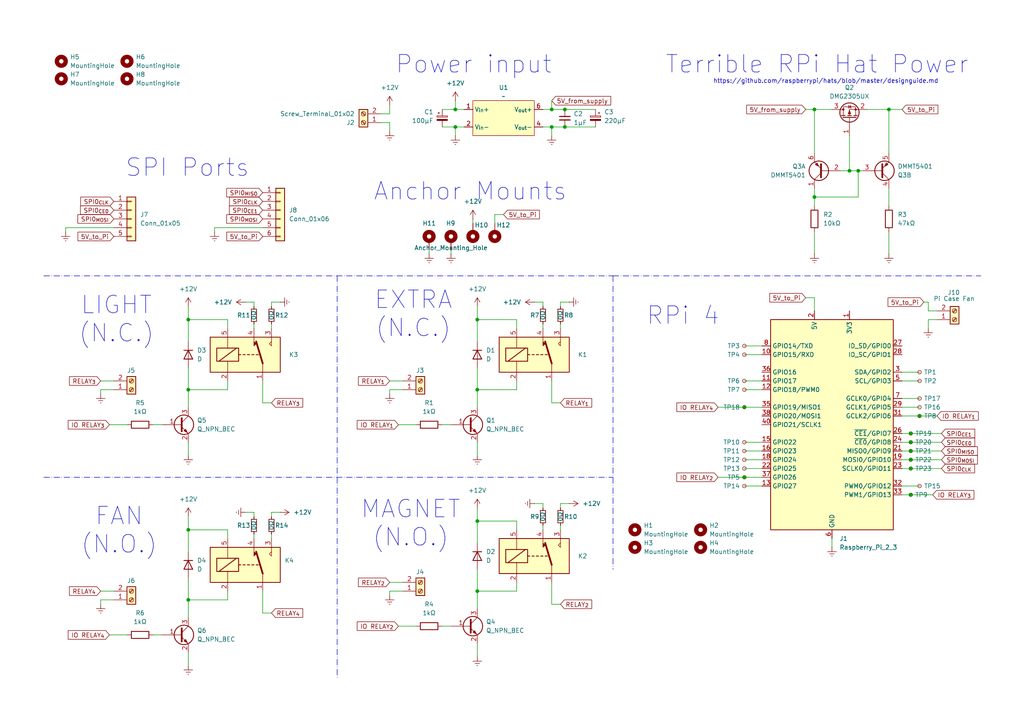
<source format=kicad_sch>
(kicad_sch (version 20231120) (generator "eeschema") (generator_version "8.0")
  (paper "A4")
  (title_block (title "Huffboard - Huffbox Pi Controller") (date "2024-03-10") (rev "1") (comment 1 "Space Buck <heyspacebuck@gmail.com>") (comment 2 "Designed for ease of assembly by JLCPCB ") (comment 3 "This is the first revision!"))
  (junction (at 215.9 118.11))
  (junction (at 264.16 128.27))
  (junction (at 236.22 31.75))
  (junction (at 54.61 173.99))
  (junction (at 138.43 113.03))
  (junction (at 248.92 49.53))
  (junction (at 264.16 143.51))
  (junction (at 138.43 171.45))
  (junction (at 264.16 133.35))
  (junction (at 215.9 138.43))
  (junction (at 132.08 36.83))
  (junction (at 264.16 125.73))
  (junction (at 54.61 113.03))
  (junction (at 264.16 130.81))
  (junction (at 264.16 135.89))
  (junction (at 160.02 31.75))
  (junction (at 138.43 92.71))
  (junction (at 266.7 120.65))
  (junction (at 132.08 31.75))
  (junction (at 236.22 57.15))
  (junction (at 163.83 31.75))
  (junction (at 160.02 36.83))
  (junction (at 257.81 31.75))
  (junction (at 163.83 36.83))
  (junction (at 246.38 49.53))
  (junction (at 138.43 151.13))
  (junction (at 54.61 153.67))
  (junction (at 54.61 92.71))
  (wire (pts (xy 220.98 133.35) (xy 215.9 133.35)))
  (wire (pts (xy 233.68 31.75) (xy 236.22 31.75)))
  (wire (pts (xy 19.05 67.31) (xy 19.05 66.04)))
  (wire (pts (xy 149.86 171.45) (xy 149.86 168.91)))
  (wire (pts (xy 264.16 128.27) (xy 273.05 128.27)))
  (wire (pts (xy 220.98 113.03) (xy 215.9 113.03)))
  (wire (pts (xy 54.61 88.9) (xy 54.61 92.71)))
  (wire (pts (xy 54.61 128.27) (xy 54.61 132.08)))
  (wire (pts (xy 160.02 31.75) (xy 157.48 31.75)))
  (wire (pts (xy 78.74 149.86) (xy 78.74 148.59)))
  (wire (pts (xy 138.43 92.71) (xy 138.43 99.06)))
  (wire (pts (xy 257.81 67.31) (xy 257.81 73.66)))
  (wire (pts (xy 54.61 173.99) (xy 66.04 173.99)))
  (wire (pts (xy 73.66 88.9) (xy 73.66 87.63)))
  (wire (pts (xy 160.02 116.84) (xy 160.02 110.49)))
  (wire (pts (xy 162.56 146.05) (xy 165.1 146.05)))
  (wire (pts (xy 261.62 118.11) (xy 266.7 118.11)))
  (wire (pts (xy 138.43 106.68) (xy 138.43 113.03)))
  (wire (pts (xy 269.24 92.71) (xy 271.78 92.71)))
  (wire (pts (xy 137.16 63.5) (xy 137.16 64.77)))
  (wire (pts (xy 149.86 153.67) (xy 149.86 151.13)))
  (wire (pts (xy 115.57 123.19) (xy 120.65 123.19)))
  (wire (pts (xy 157.48 153.67) (xy 157.48 152.4)))
  (wire (pts (xy 78.74 156.21) (xy 78.74 154.94)))
  (wire (pts (xy 236.22 31.75) (xy 241.3 31.75)))
  (wire (pts (xy 29.21 113.03) (xy 33.02 113.03)))
  (wire (pts (xy 124.46 72.39) (xy 124.46 73.66)))
  (wire (pts (xy 113.03 114.3) (xy 113.03 113.03)))
  (wire (pts (xy 128.27 181.61) (xy 130.81 181.61)))
  (wire (pts (xy 220.98 100.33) (xy 215.9 100.33)))
  (wire (pts (xy 220.98 110.49) (xy 215.9 110.49)))
  (wire (pts (xy 261.62 125.73) (xy 264.16 125.73)))
  (wire (pts (xy 54.61 167.64) (xy 54.61 173.99)))
  (wire (pts (xy 138.43 88.9) (xy 138.43 92.71)))
  (wire (pts (xy 73.66 87.63) (xy 71.12 87.63)))
  (wire (pts (xy 54.61 92.71) (xy 54.61 99.06)))
  (wire (pts (xy 261.62 115.57) (xy 266.7 115.57)))
  (wire (pts (xy 113.03 35.56) (xy 110.49 35.56)))
  (wire (pts (xy 78.74 116.84) (xy 76.2 116.84)))
  (wire (pts (xy 128.27 36.83) (xy 132.08 36.83)))
  (wire (pts (xy 149.86 151.13) (xy 138.43 151.13)))
  (wire (pts (xy 162.56 116.84) (xy 160.02 116.84)))
  (wire (pts (xy 149.86 92.71) (xy 138.43 92.71)))
  (wire (pts (xy 220.98 102.87) (xy 215.9 102.87)))
  (wire (pts (xy 241.3 156.21) (xy 241.3 158.75)))
  (wire (pts (xy 157.48 87.63) (xy 154.94 87.63)))
  (wire (pts (xy 138.43 165.1) (xy 138.43 171.45)))
  (wire (pts (xy 73.66 95.25) (xy 73.66 93.98)))
  (wire (pts (xy 220.98 128.27) (xy 215.9 128.27)))
  (wire (pts (xy 233.68 86.36) (xy 236.22 86.36)))
  (wire (pts (xy 220.98 130.81) (xy 215.9 130.81)))
  (wire (pts (xy 261.62 135.89) (xy 264.16 135.89)))
  (wire (pts (xy 264.16 130.81) (xy 273.05 130.81)))
  (wire (pts (xy 44.45 123.19) (xy 46.99 123.19)))
  (wire (pts (xy 246.38 49.53) (xy 248.92 49.53)))
  (wire (pts (xy 267.97 87.63) (xy 269.24 87.63)))
  (wire (pts (xy 248.92 49.53) (xy 250.19 49.53)))
  (wire (pts (xy 132.08 36.83) (xy 134.62 36.83)))
  (polyline (pts (xy 97.79 80.01) (xy 97.79 196.85)) (stroke (width 0) (type dash_dot)))
  (wire (pts (xy 157.48 95.25) (xy 157.48 93.98)))
  (wire (pts (xy 160.02 36.83) (xy 160.02 39.37)))
  (wire (pts (xy 128.27 31.75) (xy 132.08 31.75)))
  (wire (pts (xy 54.61 149.86) (xy 54.61 153.67)))
  (wire (pts (xy 257.81 54.61) (xy 257.81 59.69)))
  (wire (pts (xy 29.21 173.99) (xy 33.02 173.99)))
  (wire (pts (xy 162.56 147.32) (xy 162.56 146.05)))
  (wire (pts (xy 162.56 95.25) (xy 162.56 93.98)))
  (wire (pts (xy 132.08 31.75) (xy 134.62 31.75)))
  (wire (pts (xy 143.51 62.23) (xy 143.51 64.77)))
  (wire (pts (xy 113.03 172.72) (xy 113.03 171.45)))
  (wire (pts (xy 66.04 92.71) (xy 54.61 92.71)))
  (wire (pts (xy 163.83 36.83) (xy 172.72 36.83)))
  (wire (pts (xy 78.74 87.63) (xy 81.28 87.63)))
  (wire (pts (xy 261.62 133.35) (xy 264.16 133.35)))
  (wire (pts (xy 248.92 57.15) (xy 236.22 57.15)))
  (wire (pts (xy 257.81 31.75) (xy 261.62 31.75)))
  (wire (pts (xy 208.28 118.11) (xy 215.9 118.11)))
  (wire (pts (xy 236.22 57.15) (xy 236.22 54.61)))
  (wire (pts (xy 163.83 31.75) (xy 172.72 31.75)))
  (wire (pts (xy 78.74 148.59) (xy 81.28 148.59)))
  (wire (pts (xy 266.7 120.65) (xy 261.62 120.65)))
  (wire (pts (xy 220.98 140.97) (xy 215.9 140.97)))
  (wire (pts (xy 264.16 125.73) (xy 273.05 125.73)))
  (wire (pts (xy 261.62 110.49) (xy 266.7 110.49)))
  (wire (pts (xy 29.21 110.49) (xy 33.02 110.49)))
  (polyline (pts (xy 177.8 80.01) (xy 177.8 165.1)) (stroke (width 0) (type dash_dot)))
  (wire (pts (xy 54.61 189.23) (xy 54.61 193.04)))
  (wire (pts (xy 162.56 88.9) (xy 162.56 87.63)))
  (wire (pts (xy 160.02 175.26) (xy 160.02 168.91)))
  (wire (pts (xy 138.43 147.32) (xy 138.43 151.13)))
  (polyline (pts (xy 12.7 80.01) (xy 177.8 80.01)) (stroke (width 0) (type dash_dot)))
  (wire (pts (xy 269.24 92.71) (xy 269.24 95.25)))
  (wire (pts (xy 29.21 114.3) (xy 29.21 113.03)))
  (wire (pts (xy 132.08 36.83) (xy 132.08 39.37)))
  (wire (pts (xy 248.92 49.53) (xy 248.92 57.15)))
  (wire (pts (xy 115.57 181.61) (xy 120.65 181.61)))
  (wire (pts (xy 215.9 118.11) (xy 220.98 118.11)))
  (wire (pts (xy 160.02 36.83) (xy 157.48 36.83)))
  (wire (pts (xy 149.86 113.03) (xy 149.86 110.49)))
  (wire (pts (xy 160.02 31.75) (xy 163.83 31.75)))
  (wire (pts (xy 113.03 171.45) (xy 116.84 171.45)))
  (wire (pts (xy 162.56 175.26) (xy 160.02 175.26)))
  (wire (pts (xy 31.75 123.19) (xy 36.83 123.19)))
  (wire (pts (xy 264.16 135.89) (xy 273.05 135.89)))
  (wire (pts (xy 236.22 86.36) (xy 236.22 90.17)))
  (wire (pts (xy 130.81 72.39) (xy 130.81 73.66)))
  (wire (pts (xy 113.03 33.02) (xy 110.49 33.02)))
  (wire (pts (xy 157.48 146.05) (xy 154.94 146.05)))
  (wire (pts (xy 246.38 39.37) (xy 246.38 49.53)))
  (wire (pts (xy 138.43 113.03) (xy 149.86 113.03)))
  (wire (pts (xy 146.05 62.23) (xy 143.51 62.23)))
  (wire (pts (xy 31.75 184.15) (xy 36.83 184.15)))
  (wire (pts (xy 44.45 184.15) (xy 46.99 184.15)))
  (wire (pts (xy 29.21 171.45) (xy 33.02 171.45)))
  (wire (pts (xy 264.16 133.35) (xy 273.05 133.35)))
  (wire (pts (xy 208.28 138.43) (xy 215.9 138.43)))
  (wire (pts (xy 113.03 30.48) (xy 113.03 33.02)))
  (wire (pts (xy 128.27 123.19) (xy 130.81 123.19)))
  (wire (pts (xy 257.81 31.75) (xy 257.81 44.45)))
  (wire (pts (xy 138.43 186.69) (xy 138.43 190.5)))
  (wire (pts (xy 160.02 36.83) (xy 163.83 36.83)))
  (wire (pts (xy 113.03 168.91) (xy 116.84 168.91)))
  (wire (pts (xy 66.04 156.21) (xy 66.04 153.67)))
  (wire (pts (xy 269.24 87.63) (xy 269.24 90.17)))
  (wire (pts (xy 246.38 49.53) (xy 243.84 49.53)))
  (wire (pts (xy 162.56 153.67) (xy 162.56 152.4)))
  (wire (pts (xy 73.66 149.86) (xy 73.66 148.59)))
  (wire (pts (xy 78.74 177.8) (xy 76.2 177.8)))
  (wire (pts (xy 138.43 128.27) (xy 138.43 132.08)))
  (wire (pts (xy 113.03 113.03) (xy 116.84 113.03)))
  (wire (pts (xy 138.43 113.03) (xy 138.43 118.11)))
  (wire (pts (xy 78.74 95.25) (xy 78.74 93.98)))
  (wire (pts (xy 78.74 88.9) (xy 78.74 87.63)))
  (wire (pts (xy 157.48 147.32) (xy 157.48 146.05)))
  (wire (pts (xy 162.56 87.63) (xy 165.1 87.63)))
  (polyline (pts (xy 12.7 138.43) (xy 177.8 138.43)) (stroke (width 0) (type dash_dot)))
  (wire (pts (xy 62.23 67.31) (xy 62.23 66.04)))
  (wire (pts (xy 113.03 35.56) (xy 113.03 38.1)))
  (wire (pts (xy 54.61 153.67) (xy 54.61 160.02)))
  (wire (pts (xy 66.04 113.03) (xy 66.04 110.49)))
  (wire (pts (xy 54.61 113.03) (xy 66.04 113.03)))
  (wire (pts (xy 73.66 148.59) (xy 71.12 148.59)))
  (wire (pts (xy 236.22 57.15) (xy 236.22 59.69)))
  (wire (pts (xy 157.48 88.9) (xy 157.48 87.63)))
  (wire (pts (xy 269.24 90.17) (xy 271.78 90.17)))
  (wire (pts (xy 215.9 138.43) (xy 220.98 138.43)))
  (wire (pts (xy 132.08 29.21) (xy 132.08 31.75)))
  (wire (pts (xy 264.16 143.51) (xy 261.62 143.51)))
  (wire (pts (xy 251.46 31.75) (xy 257.81 31.75)))
  (wire (pts (xy 66.04 173.99) (xy 66.04 171.45)))
  (polyline (pts (xy 177.8 80.01) (xy 284.48 80.01)) (stroke (width 0) (type dash_dot)))
  (wire (pts (xy 54.61 106.68) (xy 54.61 113.03)))
  (wire (pts (xy 149.86 95.25) (xy 149.86 92.71)))
  (wire (pts (xy 54.61 113.03) (xy 54.61 118.11)))
  (wire (pts (xy 19.05 66.04) (xy 33.02 66.04)))
  (wire (pts (xy 73.66 156.21) (xy 73.66 154.94)))
  (wire (pts (xy 66.04 153.67) (xy 54.61 153.67)))
  (wire (pts (xy 261.62 107.95) (xy 266.7 107.95)))
  (wire (pts (xy 62.23 66.04) (xy 76.2 66.04)))
  (wire (pts (xy 113.03 110.49) (xy 116.84 110.49)))
  (wire (pts (xy 138.43 171.45) (xy 138.43 176.53)))
  (wire (pts (xy 76.2 177.8) (xy 76.2 171.45)))
  (wire (pts (xy 29.21 175.26) (xy 29.21 173.99)))
  (wire (pts (xy 66.04 95.25) (xy 66.04 92.71)))
  (wire (pts (xy 236.22 44.45) (xy 236.22 31.75)))
  (wire (pts (xy 236.22 67.31) (xy 236.22 73.66)))
  (wire (pts (xy 138.43 171.45) (xy 149.86 171.45)))
  (wire (pts (xy 270.51 143.51) (xy 264.16 143.51)))
  (wire (pts (xy 160.02 29.21) (xy 160.02 31.75)))
  (wire (pts (xy 138.43 151.13) (xy 138.43 157.48)))
  (wire (pts (xy 220.98 135.89) (xy 215.9 135.89)))
  (wire (pts (xy 271.78 120.65) (xy 266.7 120.65)))
  (wire (pts (xy 76.2 116.84) (xy 76.2 110.49)))
  (wire (pts (xy 261.62 130.81) (xy 264.16 130.81)))
  (wire (pts (xy 261.62 140.97) (xy 266.7 140.97)))
  (wire (pts (xy 54.61 173.99) (xy 54.61 179.07)))
  (wire (pts (xy 261.62 128.27) (xy 264.16 128.27)))
  (text "SPI Ports" (at 54.356 48.768 0) (effects (font (size 5.08 5.08))))
  (text "MAGNET\n(N.O.)" (at 119.126 151.892 0) (effects (font (size 5.08 5.08))))
  (text "Anchor Mounts" (at 136.398 55.626 0) (effects (font (size 5.08 5.08))))
  (text "RPi 4" (at 198.12 91.694 0) (effects (font (size 5.08 5.08))))
  (text "Terrible RPi Hat Power" (at 236.982 18.796 0) (effects (font (size 5.08 5.08))))
  (text "FAN\n(N.O.)" (at 34.544 153.924 0) (effects (font (size 5.08 5.08))))
  (text "EXTRA\n(N.C.)" (at 119.888 91.186 0) (effects (font (size 5.08 5.08))))
  (text "Power input" (at 137.414 18.796 0) (effects (font (size 5.08 5.08))))
  (text "https://github.com/raspberrypi/hats/blob/master/designguide.md" (at 239.522 23.622 0) (effects (font (size 1.27 1.27))))
  (text "LIGHT\n(N.C.)" (at 33.782 92.71 0) (effects (font (size 5.08 5.08))))
  (global_label "RELAY_{4}" (shape input) (at 78.74 177.8 0) (property "Intersheetrefs" "${INTERSHEET_REFS}" (effects (hide yes))))
  (global_label "5V_to_Pi" (shape input) (at 33.02 68.58 180) (property "Intersheetrefs" "${INTERSHEET_REFS}" (effects (hide yes))))
  (global_label "SPI0_{MOSI}" (shape input) (at 33.02 63.5 180) (property "Intersheetrefs" "${INTERSHEET_REFS}" (effects (hide yes))))
  (global_label "5V_to_Pi" (shape input) (at 261.62 31.75 0) (property "Intersheetrefs" "${INTERSHEET_REFS}" (effects (hide yes))))
  (global_label "IO RELAY_{4}" (shape input) (at 31.75 184.15 180) (property "Intersheetrefs" "${INTERSHEET_REFS}" (effects (hide yes))))
  (global_label "RELAY_{1}" (shape input) (at 113.03 110.49 180) (property "Intersheetrefs" "${INTERSHEET_REFS}" (effects (hide yes))))
  (global_label "5V_to_Pi" (shape input) (at 76.2 68.58 180) (property "Intersheetrefs" "${INTERSHEET_REFS}" (effects (hide yes))))
  (global_label "SPI0_{CE1}" (shape input) (at 273.05 125.73 0) (property "Intersheetrefs" "${INTERSHEET_REFS}" (effects (hide yes))))
  (global_label "SPI0_{CE0}" (shape input) (at 273.05 128.27 0) (property "Intersheetrefs" "${INTERSHEET_REFS}" (effects (hide yes))))
  (global_label "IO RELAY_{2}" (shape input) (at 208.28 138.43 180) (property "Intersheetrefs" "${INTERSHEET_REFS}" (effects (hide yes))))
  (global_label "IO RELAY_{2}" (shape input) (at 115.57 181.61 180) (property "Intersheetrefs" "${INTERSHEET_REFS}" (effects (hide yes))))
  (global_label "IO RELAY_{4}" (shape input) (at 208.28 118.11 180) (property "Intersheetrefs" "${INTERSHEET_REFS}" (effects (hide yes))))
  (global_label "IO RELAY_{3}" (shape input) (at 270.51 143.51 0) (property "Intersheetrefs" "${INTERSHEET_REFS}" (effects (hide yes))))
  (global_label "5V_from_supply" (shape input) (at 233.68 31.75 180) (property "Intersheetrefs" "${INTERSHEET_REFS}" (effects (hide yes))))
  (global_label "SPI0_{CE0}" (shape input) (at 33.02 60.96 180) (property "Intersheetrefs" "${INTERSHEET_REFS}" (effects (hide yes))))
  (global_label "SPI0_{CLK}" (shape input) (at 76.2 58.42 180) (property "Intersheetrefs" "${INTERSHEET_REFS}" (effects (hide yes))))
  (global_label "SPI0_{MISO}" (shape input) (at 76.2 55.88 180) (property "Intersheetrefs" "${INTERSHEET_REFS}" (effects (hide yes))))
  (global_label "5V_to_Pi" (shape input) (at 267.97 87.63 180) (property "Intersheetrefs" "${INTERSHEET_REFS}" (effects (hide yes))))
  (global_label "SPI0_{CE1}" (shape input) (at 76.2 60.96 180) (property "Intersheetrefs" "${INTERSHEET_REFS}" (effects (hide yes))))
  (global_label "RELAY_{4}" (shape input) (at 29.21 171.45 180) (property "Intersheetrefs" "${INTERSHEET_REFS}" (effects (hide yes))))
  (global_label "5V_to_Pi" (shape input) (at 146.05 62.23 0) (property "Intersheetrefs" "${INTERSHEET_REFS}" (effects (hide yes))))
  (global_label "RELAY_{2}" (shape input) (at 162.56 175.26 0) (property "Intersheetrefs" "${INTERSHEET_REFS}" (effects (hide yes))))
  (global_label "SPI0_{CLK}" (shape input) (at 33.02 58.42 180) (property "Intersheetrefs" "${INTERSHEET_REFS}" (effects (hide yes))))
  (global_label "IO RELAY_{3}" (shape input) (at 31.75 123.19 180) (property "Intersheetrefs" "${INTERSHEET_REFS}" (effects (hide yes))))
  (global_label "SPI0_{MISO}" (shape input) (at 273.05 130.81 0) (property "Intersheetrefs" "${INTERSHEET_REFS}" (effects (hide yes))))
  (global_label "SPI0_{MOSI}" (shape input) (at 76.2 63.5 180) (property "Intersheetrefs" "${INTERSHEET_REFS}" (effects (hide yes))))
  (global_label "RELAY_{3}" (shape input) (at 29.21 110.49 180) (property "Intersheetrefs" "${INTERSHEET_REFS}" (effects (hide yes))))
  (global_label "5V_from_supply" (shape input) (at 160.02 29.21 0) (property "Intersheetrefs" "${INTERSHEET_REFS}" (effects (hide yes))))
  (global_label "IO RELAY_{1}" (shape input) (at 271.78 120.65 0) (property "Intersheetrefs" "${INTERSHEET_REFS}" (effects (hide yes))))
  (global_label "SPI0_{CLK}" (shape input) (at 273.05 135.89 0) (property "Intersheetrefs" "${INTERSHEET_REFS}" (effects (hide yes))))
  (global_label "SPI0_{MOSI}" (shape input) (at 273.05 133.35 0) (property "Intersheetrefs" "${INTERSHEET_REFS}" (effects (hide yes))))
  (global_label "IO RELAY_{1}" (shape input) (at 115.57 123.19 180) (property "Intersheetrefs" "${INTERSHEET_REFS}" (effects (hide yes))))
  (global_label "RELAY_{2}" (shape input) (at 113.03 168.91 180) (property "Intersheetrefs" "${INTERSHEET_REFS}" (effects (hide yes))))
  (global_label "5V_to_Pi" (shape input) (at 233.68 86.36 180) (property "Intersheetrefs" "${INTERSHEET_REFS}" (effects (hide yes))))
  (global_label "RELAY_{1}" (shape input) (at 162.56 116.84 0) (property "Intersheetrefs" "${INTERSHEET_REFS}" (effects (hide yes))))
  (global_label "RELAY_{3}" (shape input) (at 78.74 116.84 0) (property "Intersheetrefs" "${INTERSHEET_REFS}" (effects (hide yes))))
  (symbol (lib_id "power:+12V") (at 54.61 88.9 0) (unit 1)
    (property "Reference" "#PWR015" (effects (hide yes)))
    (property "Value" "+12V" (at 54.61 83.82 0))
    (property "Description" "Power symbol creates a global label with name \"+12V\"" (effects (hide yes)))
  )
  (symbol (lib_id "Connector_Generic:Conn_01x06") (at 81.28 60.96 0) (unit 1)
    (property "Reference" "J8" (at 83.82 60.9599 0) (effects (justify left)))
    (property "Value" "Conn_01x06" (at 83.82 63.4999 0) (effects (justify left)))
    (property "Footprint" "Connector_JST:JST_PH_B6B-PH-K_1x06_P2.00mm_Vertical" (effects (hide yes)))
    (property "Description" "Generic connector, single row, 01x06, script generated (kicad-library-utils/schlib/autogen/connector/)" (effects (hide yes)))
  )
  (symbol (lib_id "Device:R_Small") (at 157.48 149.86 0) (mirror y) (unit 1)
    (property "Reference" "R9" (at 156.464 149.86 0) (effects (justify left)))
    (property "Value" "0Ω" (at 157.48 149.86 90))
    (property "Footprint" "Resistor_SMD:R_1206_3216Metric" (effects (hide yes)))
    (property "Description" "Resistor, small symbol" (effects (hide yes)))
  )
  (symbol (lib_id "power:+12V") (at 165.1 146.05 270) (unit 1)
    (property "Reference" "#PWR026" (effects (hide yes)))
    (property "Value" "+12V" (at 168.91 146.0499 90) (effects (justify left)))
    (property "Description" "Power symbol creates a global label with name \"+12V\"" (effects (hide yes)))
  )
  (symbol (lib_id "power:+12V") (at 132.08 29.21 0) (unit 1)
    (property "Reference" "#PWR05" (effects (hide yes)))
    (property "Value" "+12V" (at 132.08 24.13 0))
    (property "Description" "Power symbol creates a global label with name \"+12V\"" (effects (hide yes)))
  )
  (symbol (lib_id "power:GNDREF") (at 236.22 73.66 0) (unit 1)
    (property "Reference" "#PWR03" (effects (hide yes)))
    (property "Value" "GNDREF" (effects (hide yes)))
    (property "Description" "Power symbol creates a global label with name \"GNDREF\" , reference supply ground" (effects (hide yes)))
  )
  (symbol (lib_id "Connector:Screw_Terminal_01x02") (at 105.41 35.56 180) (unit 1)
    (property "Reference" "J2" (at 102.87 35.5601 0) (effects (justify left)))
    (property "Value" "Screw_Terminal_01x02" (at 102.87 33.0201 0) (effects (justify left)))
    (property "Footprint" "huffboard:Terminal_Screw_7.62" (effects (hide yes)))
    (property "Description" "Generic screw terminal, single row, 01x02, script generated (kicad-library-utils/schlib/autogen/connector/)" (effects (hide yes)))
  )
  (symbol (lib_id "Relay:SANYOU_SRD_Form_C") (at 154.94 102.87 0) (unit 1)
    (property "Reference" "K1" (at 167.64 102.8699 0) (effects (justify left)))
    (property "Value" "SANYOU_SRD_Form_C" (effects (hide yes)))
    (property "Footprint" "Relay_THT:Relay_SPDT_SANYOU_SRD_Series_Form_C" (effects (hide yes)))
    (property "Datasheet" "http://www.sanyourelay.ca/public/products/pdf/SRD.pdf" (effects (hide yes)))
    (property "Description" "Sanyo SRD relay, Single Pole Miniature Power Relay," (effects (hide yes)))
  )
  (symbol (lib_id "power:GNDREF") (at 19.05 67.31 0) (unit 1)
    (property "Reference" "#PWR029" (effects (hide yes)))
    (property "Value" "GNDREF" (effects (hide yes)))
    (property "Description" "Power symbol creates a global label with name \"GNDREF\" , reference supply ground" (effects (hide yes)))
  )
  (symbol (lib_id "power:GNDREF") (at 71.12 148.59 270) (unit 1)
    (property "Reference" "#PWR021" (effects (hide yes)))
    (property "Value" "GNDREF" (effects (hide yes)))
    (property "Description" "Power symbol creates a global label with name \"GNDREF\" , reference supply ground" (effects (hide yes)))
  )
  (symbol (lib_id "Device:R_Small") (at 73.66 152.4 0) (mirror y) (unit 1)
    (property "Reference" "R13" (at 72.644 152.4 0) (effects (justify left)))
    (property "Value" "0Ω" (at 73.66 152.4 90))
    (property "Footprint" "Resistor_SMD:R_1206_3216Metric" (effects (hide yes)))
    (property "Description" "Resistor, small symbol" (effects (hide yes)))
  )
  (symbol (lib_id "Connector:TestPoint_Small") (at 264.16 135.89 0) (mirror x) (unit 1)
    (property "Reference" "TP23" (at 265.43 135.8901 0) (effects (justify left)))
    (property "Value" "TestPoint_Small" (effects (hide yes)))
    (property "Footprint" "huffboard:simple_testpoint_pinout" (effects (hide yes)))
    (property "Description" "test point" (effects (hide yes)))
  )
  (symbol (lib_id "Connector:TestPoint_Small") (at 215.9 140.97 0) (mirror y) (unit 1)
    (property "Reference" "TP14" (at 214.63 140.9699 0) (effects (justify left)))
    (property "Value" "TestPoint_Small" (effects (hide yes)))
    (property "Footprint" "huffboard:simple_testpoint_pinout" (effects (hide yes)))
    (property "Description" "test point" (effects (hide yes)))
  )
  (symbol (lib_id "power:+12V") (at 113.03 30.48 0) (mirror y) (unit 1)
    (property "Reference" "#PWR08" (effects (hide yes)))
    (property "Value" "+12V" (at 113.03 25.4 0))
    (property "Description" "Power symbol creates a global label with name \"+12V\"" (effects (hide yes)))
  )
  (symbol (lib_id "Device:R_Small") (at 78.74 91.44 0) (unit 1)
    (property "Reference" "R12" (at 79.756 91.44 0) (effects (justify left)))
    (property "Value" "0Ω" (at 78.74 91.44 90))
    (property "Footprint" "Resistor_SMD:R_1206_3216Metric" (effects (hide yes)))
    (property "Description" "Resistor, small symbol" (effects (hide yes)))
  )
  (symbol (lib_id "Connector:TestPoint_Small") (at 266.7 115.57 0) (mirror x) (unit 1)
    (property "Reference" "TP17" (at 267.97 115.5701 0) (effects (justify left)))
    (property "Value" "TestPoint_Small" (effects (hide yes)))
    (property "Footprint" "huffboard:simple_testpoint_pinout" (effects (hide yes)))
    (property "Description" "test point" (effects (hide yes)))
  )
  (symbol (lib_id "Connector:TestPoint_Small") (at 215.9 128.27 0) (mirror y) (unit 1)
    (property "Reference" "TP10" (at 214.63 128.2699 0) (effects (justify left)))
    (property "Value" "TestPoint_Small" (effects (hide yes)))
    (property "Footprint" "huffboard:simple_testpoint_pinout" (effects (hide yes)))
    (property "Description" "test point" (effects (hide yes)))
  )
  (symbol (lib_id "power:GNDREF") (at 81.28 87.63 90) (unit 1)
    (property "Reference" "#PWR024" (effects (hide yes)))
    (property "Value" "GNDREF" (effects (hide yes)))
    (property "Description" "Power symbol creates a global label with name \"GNDREF\" , reference supply ground" (effects (hide yes)))
  )
  (symbol (lib_id "power:GNDREF") (at 113.03 172.72 0) (unit 1)
    (property "Reference" "#PWR011" (effects (hide yes)))
    (property "Value" "GNDREF" (effects (hide yes)))
    (property "Description" "Power symbol creates a global label with name \"GNDREF\" , reference supply ground" (effects (hide yes)))
  )
  (symbol (lib_id "Device:D") (at 138.43 102.87 270) (unit 1)
    (property "Reference" "D1" (at 140.97 101.5999 90) (effects (justify left)))
    (property "Value" "D" (at 140.97 104.1399 90) (effects (justify left)))
    (property "Footprint" "Diode_SMD:D_SOD-123F" (effects (hide yes)))
    (property "Description" "Diode" (effects (hide yes)))
    (property "Sim.Device" "D" (effects (hide yes)))
    (property "Sim.Pins" "1=K 2=A" (effects (hide yes)))
  )
  (symbol (lib_id "power:GNDREF") (at 29.21 114.3 0) (unit 1)
    (property "Reference" "#PWR014" (effects (hide yes)))
    (property "Value" "GNDREF" (effects (hide yes)))
    (property "Description" "Power symbol creates a global label with name \"GNDREF\" , reference supply ground" (effects (hide yes)))
  )
  (symbol (lib_id "Mechanical:MountingHole") (at 203.2 158.75 0) (unit 1)
    (property "Reference" "H4" (at 205.74 157.4799 0) (effects (justify left)))
    (property "Value" "MountingHole" (at 205.74 160.0199 0) (effects (justify left)))
    (property "Footprint" "huffboard:SMTSO2545CTJ" (effects (hide yes)))
    (property "Description" "Mounting Hole without connection" (effects (hide yes)))
  )
  (symbol (lib_id "Device:C_Polarized_Small") (at 172.72 34.29 0) (mirror y) (unit 1)
    (property "Reference" "C3" (at 175.26 32.4738 0) (effects (justify right)))
    (property "Value" "220μF" (at 175.26 35.0138 0) (effects (justify right)))
    (property "Footprint" "Capacitor_SMD:CP_Elec_6.3x7.7" (effects (hide yes)))
    (property "Description" "Polarized capacitor, small symbol" (effects (hide yes)))
  )
  (symbol (lib_id "Device:D") (at 54.61 163.83 270) (unit 1)
    (property "Reference" "D4" (at 57.15 162.5599 90) (effects (justify left)))
    (property "Value" "D" (at 57.15 165.0999 90) (effects (justify left)))
    (property "Footprint" "Diode_SMD:D_SOD-123F" (effects (hide yes)))
    (property "Description" "Diode" (effects (hide yes)))
    (property "Sim.Device" "D" (effects (hide yes)))
    (property "Sim.Pins" "1=K 2=A" (effects (hide yes)))
  )
  (symbol (lib_id "power:+12V") (at 154.94 87.63 90) (unit 1)
    (property "Reference" "#PWR027" (effects (hide yes)))
    (property "Value" "+12V" (at 151.13 87.6299 90) (effects (justify left)))
    (property "Description" "Power symbol creates a global label with name \"+12V\"" (effects (hide yes)))
  )
  (symbol (lib_id "Relay:SANYOU_SRD_Form_C") (at 71.12 102.87 0) (unit 1)
    (property "Reference" "K3" (at 83.82 102.8699 0) (effects (justify left)))
    (property "Value" "SANYOU_SRD_Form_C" (effects (hide yes)))
    (property "Footprint" "Relay_THT:Relay_SPDT_SANYOU_SRD_Series_Form_C" (effects (hide yes)))
    (property "Datasheet" "http://www.sanyourelay.ca/public/products/pdf/SRD.pdf" (effects (hide yes)))
    (property "Description" "Sanyo SRD relay, Single Pole Miniature Power Relay," (effects (hide yes)))
  )
  (symbol (lib_id "Device:R_Small") (at 73.66 91.44 0) (mirror y) (unit 1)
    (property "Reference" "R11" (at 72.644 91.44 0) (effects (justify left)))
    (property "Value" "0Ω" (at 73.66 91.44 90))
    (property "Footprint" "Resistor_SMD:R_1206_3216Metric" (effects (hide yes)))
    (property "Description" "Resistor, small symbol" (effects (hide yes)))
  )
  (symbol (lib_id "Connector:TestPoint_Small") (at 215.9 130.81 0) (mirror y) (unit 1)
    (property "Reference" "TP11" (at 214.63 130.8099 0) (effects (justify left)))
    (property "Value" "TestPoint_Small" (effects (hide yes)))
    (property "Footprint" "huffboard:simple_testpoint_pinout" (effects (hide yes)))
    (property "Description" "test point" (effects (hide yes)))
  )
  (symbol (lib_id "Connector:TestPoint_Small") (at 215.9 133.35 0) (mirror y) (unit 1)
    (property "Reference" "TP12" (at 214.63 133.3499 0) (effects (justify left)))
    (property "Value" "TestPoint_Small" (effects (hide yes)))
    (property "Footprint" "huffboard:simple_testpoint_pinout" (effects (hide yes)))
    (property "Description" "test point" (effects (hide yes)))
  )
  (symbol (lib_id "power:GNDREF") (at 269.24 95.25 0) (unit 1)
    (property "Reference" "#PWR030" (effects (hide yes)))
    (property "Value" "GNDREF" (effects (hide yes)))
    (property "Description" "Power symbol creates a global label with name \"GNDREF\" , reference supply ground" (effects (hide yes)))
  )
  (symbol (lib_id "Device:Q_NPN_BEC") (at 135.89 181.61 0) (unit 1)
    (property "Reference" "Q4" (at 140.97 180.3399 0) (effects (justify left)))
    (property "Value" "Q_NPN_BEC" (at 140.97 182.8799 0) (effects (justify left)))
    (property "Footprint" "Package_TO_SOT_SMD:SOT-23" (effects (hide yes)))
    (property "Description" "NPN transistor, base/emitter/collector" (effects (hide yes)))
  )
  (symbol (lib_id "Mechanical:MountingHole") (at 17.78 17.78 0) (unit 1)
    (property "Reference" "H5" (at 20.32 16.5099 0) (effects (justify left)))
    (property "Value" "MountingHole" (at 20.32 19.0499 0) (effects (justify left)))
    (property "Footprint" "MountingHole:MountingHole_3.2mm_M3" (effects (hide yes)))
    (property "Description" "Mounting Hole without connection" (effects (hide yes)))
  )
  (symbol (lib_id "Transistor_FET:DMG2301L") (at 246.38 34.29 90) (unit 1)
    (property "Reference" "Q2" (at 246.38 25.4 90))
    (property "Value" "DMG2305UX" (at 246.38 27.94 90))
    (property "Footprint" "Package_TO_SOT_SMD:SOT-23" (effects (hide yes)))
    (property "Datasheet" "https://www.diodes.com/assets/Datasheets/DMG2301L.pdf" (effects (hide yes)))
    (property "Description" "-3A Id, -20V Vds, P-Channel MOSFET, SOT-23" (effects (hide yes)))
  )
  (symbol (lib_id "power:GNDREF") (at 29.21 175.26 0) (unit 1)
    (property "Reference" "#PWR017" (effects (hide yes)))
    (property "Value" "GNDREF" (effects (hide yes)))
    (property "Description" "Power symbol creates a global label with name \"GNDREF\" , reference supply ground" (effects (hide yes)))
  )
  (symbol (lib_id "Mechanical:MountingHole") (at 184.15 158.75 0) (unit 1)
    (property "Reference" "H3" (at 186.69 157.4799 0) (effects (justify left)))
    (property "Value" "MountingHole" (at 186.69 160.0199 0) (effects (justify left)))
    (property "Footprint" "huffboard:SMTSO2545CTJ" (effects (hide yes)))
    (property "Description" "Mounting Hole without connection" (effects (hide yes)))
  )
  (symbol (lib_id "Connector:TestPoint_Small") (at 264.16 143.51 0) (mirror x) (unit 1)
    (property "Reference" "TP9" (at 265.43 143.5101 0) (effects (justify left)))
    (property "Value" "TestPoint_Small" (effects (hide yes)))
    (property "Footprint" "huffboard:simple_testpoint_pinout" (effects (hide yes)))
    (property "Description" "test point" (effects (hide yes)))
  )
  (symbol (lib_id "Mechanical:MountingHole_Pad") (at 143.51 67.31 180) (unit 1) (exclude_from_sim yes) (in_bom no)
    (property "Reference" "H12" (at 144.018 65.278 0) (effects (justify right)))
    (property "Value" "Anchor_Mounting_Hole" (effects (hide yes)))
    (property "Footprint" "MountingHole:MountingHole_3.2mm_M3_Pad_Via" (effects (hide yes)))
    (property "Description" "Mounting Hole with connection" (effects (hide yes)))
  )
  (symbol (lib_id "Connector:TestPoint_Small") (at 215.9 110.49 0) (mirror y) (unit 1)
    (property "Reference" "TP6" (at 214.63 110.4899 0) (effects (justify left)))
    (property "Value" "TestPoint_Small" (effects (hide yes)))
    (property "Footprint" "huffboard:simple_testpoint_pinout" (effects (hide yes)))
    (property "Description" "test point" (effects (hide yes)))
  )
  (symbol (lib_id "Connector_Generic:Conn_01x05") (at 38.1 63.5 0) (unit 1)
    (property "Reference" "J7" (at 40.64 62.2299 0) (effects (justify left)))
    (property "Value" "Conn_01x05" (at 40.64 64.7699 0) (effects (justify left)))
    (property "Footprint" "Connector_JST:JST_PH_B5B-PH-K_1x05_P2.00mm_Vertical" (effects (hide yes)))
    (property "Description" "Generic connector, single row, 01x05, script generated (kicad-library-utils/schlib/autogen/connector/)" (effects (hide yes)))
  )
  (symbol (lib_id "Mechanical:MountingHole") (at 184.15 153.67 0) (unit 1)
    (property "Reference" "H1" (at 186.69 152.3999 0) (effects (justify left)))
    (property "Value" "MountingHole" (at 186.69 154.9399 0) (effects (justify left)))
    (property "Footprint" "huffboard:SMTSO2545CTJ" (effects (hide yes)))
    (property "Description" "Mounting Hole without connection" (effects (hide yes)))
  )
  (symbol (lib_id "Connector:TestPoint_Small") (at 264.16 125.73 0) (unit 1)
    (property "Reference" "TP19" (at 265.43 125.7299 0) (effects (justify left)))
    (property "Value" "TestPoint_Small" (effects (hide yes)))
    (property "Footprint" "huffboard:simple_testpoint_pinout" (effects (hide yes)))
    (property "Description" "test point" (effects (hide yes)))
  )
  (symbol (lib_id "Connector:TestPoint_Small") (at 215.9 118.11 0) (mirror y) (unit 1)
    (property "Reference" "TP18" (at 214.63 118.1099 0) (effects (justify left)))
    (property "Value" "TestPoint_Small" (effects (hide yes)))
    (property "Footprint" "huffboard:simple_testpoint_pinout" (effects (hide yes)))
    (property "Description" "test point" (effects (hide yes)))
  )
  (symbol (lib_id "Connector:TestPoint_Small") (at 215.9 102.87 0) (mirror y) (unit 1)
    (property "Reference" "TP4" (at 214.63 102.8699 0) (effects (justify left)))
    (property "Value" "TestPoint_Small" (effects (hide yes)))
    (property "Footprint" "huffboard:simple_testpoint_pinout" (effects (hide yes)))
    (property "Description" "test point" (effects (hide yes)))
  )
  (symbol (lib_id "power:+12V") (at 81.28 148.59 270) (unit 1)
    (property "Reference" "#PWR022" (effects (hide yes)))
    (property "Value" "+12V" (at 85.09 148.5899 90) (effects (justify left)))
    (property "Description" "Power symbol creates a global label with name \"+12V\"" (effects (hide yes)))
  )
  (symbol (lib_id "Mechanical:MountingHole_Pad") (at 124.46 69.85 0) (mirror y) (unit 1) (exclude_from_sim yes) (in_bom no)
    (property "Reference" "H11" (at 126.492 64.77 0) (effects (justify left)))
    (property "Value" "Anchor_Mounting_Hole" (at 141.478 71.882 0) (effects (justify left)))
    (property "Footprint" "MountingHole:MountingHole_3.2mm_M3_Pad_Via" (effects (hide yes)))
    (property "Description" "Mounting Hole with connection" (effects (hide yes)))
  )
  (symbol (lib_id "Connector:Screw_Terminal_01x02") (at 38.1 113.03 0) (mirror x) (unit 1)
    (property "Reference" "J5" (at 36.83 107.442 0) (effects (justify left)))
    (property "Value" "Screw_Terminal_01x02" (effects (hide yes)))
    (property "Footprint" "TerminalBlock_Phoenix:TerminalBlock_Phoenix_MKDS-1,5-2-5.08_1x02_P5.08mm_Horizontal" (effects (hide yes)))
    (property "Description" "Generic screw terminal, single row, 01x02, script generated (kicad-library-utils/schlib/autogen/connector/)" (effects (hide yes)))
  )
  (symbol (lib_id "Device:R_Small") (at 162.56 149.86 0) (unit 1)
    (property "Reference" "R10" (at 163.576 149.86 0) (effects (justify left)))
    (property "Value" "0Ω" (at 162.56 149.86 90))
    (property "Footprint" "Resistor_SMD:R_1206_3216Metric" (effects (hide yes)))
    (property "Description" "Resistor, small symbol" (effects (hide yes)))
  )
  (symbol (lib_id "Device:D") (at 54.61 102.87 270) (unit 1)
    (property "Reference" "D3" (at 57.15 101.5999 90) (effects (justify left)))
    (property "Value" "D" (at 57.15 104.1399 90) (effects (justify left)))
    (property "Footprint" "Diode_SMD:D_SOD-123F" (effects (hide yes)))
    (property "Description" "Diode" (effects (hide yes)))
    (property "Sim.Device" "D" (effects (hide yes)))
    (property "Sim.Pins" "1=K 2=A" (effects (hide yes)))
  )
  (symbol (lib_id "power:GNDREF") (at 138.43 132.08 0) (unit 1)
    (property "Reference" "#PWR02" (effects (hide yes)))
    (property "Value" "GNDREF" (effects (hide yes)))
    (property "Description" "Power symbol creates a global label with name \"GNDREF\" , reference supply ground" (effects (hide yes)))
  )
  (symbol (lib_id "power:GNDREF") (at 130.81 73.66 0) (unit 1)
    (property "Reference" "#PWR032" (effects (hide yes)))
    (property "Value" "GNDREF" (effects (hide yes)))
    (property "Description" "Power symbol creates a global label with name \"GNDREF\" , reference supply ground" (effects (hide yes)))
  )
  (symbol (lib_id "Mechanical:MountingHole") (at 36.83 17.78 0) (unit 1)
    (property "Reference" "H6" (at 39.37 16.5099 0) (effects (justify left)))
    (property "Value" "MountingHole" (at 39.37 19.0499 0) (effects (justify left)))
    (property "Footprint" "MountingHole:MountingHole_3.2mm_M3" (effects (hide yes)))
    (property "Description" "Mounting Hole without connection" (effects (hide yes)))
  )
  (symbol (lib_id "Device:R_Small") (at 78.74 152.4 0) (unit 1)
    (property "Reference" "R14" (at 79.756 152.4 0) (effects (justify left)))
    (property "Value" "0Ω" (at 78.74 152.4 90))
    (property "Footprint" "Resistor_SMD:R_1206_3216Metric" (effects (hide yes)))
    (property "Description" "Resistor, small symbol" (effects (hide yes)))
  )
  (symbol (lib_id "power:GNDREF") (at 138.43 190.5 0) (unit 1)
    (property "Reference" "#PWR013" (effects (hide yes)))
    (property "Value" "GNDREF" (effects (hide yes)))
    (property "Description" "Power symbol creates a global label with name \"GNDREF\" , reference supply ground" (effects (hide yes)))
  )
  (symbol (lib_id "power:GNDREF") (at 62.23 67.31 0) (unit 1)
    (property "Reference" "#PWR031" (effects (hide yes)))
    (property "Value" "GNDREF" (effects (hide yes)))
    (property "Description" "Power symbol creates a global label with name \"GNDREF\" , reference supply ground" (effects (hide yes)))
  )
  (symbol (lib_id "Device:D") (at 138.43 161.29 270) (unit 1)
    (property "Reference" "D2" (at 140.97 160.0199 90) (effects (justify left)))
    (property "Value" "D" (at 140.97 162.5599 90) (effects (justify left)))
    (property "Footprint" "Diode_SMD:D_SOD-123F" (effects (hide yes)))
    (property "Description" "Diode" (effects (hide yes)))
    (property "Sim.Device" "D" (effects (hide yes)))
    (property "Sim.Pins" "1=K 2=A" (effects (hide yes)))
  )
  (symbol (lib_id "Transistor_BJT:DMMT5401") (at 238.76 49.53 180) (unit 1)
    (property "Reference" "Q3" (at 233.68 48.2599 0) (effects (justify left)))
    (property "Value" "DMMT5401" (at 233.68 50.7999 0) (effects (justify left)))
    (property "Footprint" "Package_TO_SOT_SMD:SOT-23-6" (effects (hide yes)))
    (property "Datasheet" "https://www.diodes.com/assets/Datasheets/ds30437.pdf" (effects (hide yes)))
    (property "Description" "Dual PNP transistor, 6 pin package" (effects (hide yes)))
  )
  (symbol (lib_id "Connector:TestPoint_Small") (at 264.16 128.27 0) (unit 1)
    (property "Reference" "TP20" (at 265.43 128.2699 0) (effects (justify left)))
    (property "Value" "TestPoint_Small" (effects (hide yes)))
    (property "Footprint" "huffboard:simple_testpoint_pinout" (effects (hide yes)))
    (property "Description" "test point" (effects (hide yes)))
  )
  (symbol (lib_id "Device:R") (at 257.81 63.5 180) (unit 1)
    (property "Reference" "R3" (at 260.35 62.2299 0) (effects (justify right)))
    (property "Value" "47kΩ" (at 260.35 64.7699 0) (effects (justify right)))
    (property "Footprint" "Resistor_SMD:R_0603_1608Metric" (effects (hide yes)))
    (property "Description" "Resistor" (effects (hide yes)))
  )
  (symbol (lib_id "Connector:Screw_Terminal_01x02") (at 121.92 171.45 0) (mirror x) (unit 1)
    (property "Reference" "J4" (at 120.65 165.862 0) (effects (justify left)))
    (property "Value" "Screw_Terminal_01x02" (effects (hide yes)))
    (property "Footprint" "TerminalBlock_Phoenix:TerminalBlock_Phoenix_MKDS-1,5-2-5.08_1x02_P5.08mm_Horizontal" (effects (hide yes)))
    (property "Description" "Generic screw terminal, single row, 01x02, script generated (kicad-library-utils/schlib/autogen/connector/)" (effects (hide yes)))
  )
  (symbol (lib_id "Connector:TestPoint_Small") (at 266.7 140.97 0) (mirror x) (unit 1)
    (property "Reference" "TP15" (at 267.97 140.9701 0) (effects (justify left)))
    (property "Value" "TestPoint_Small" (effects (hide yes)))
    (property "Footprint" "huffboard:simple_testpoint_pinout" (effects (hide yes)))
    (property "Description" "test point" (effects (hide yes)))
  )
  (symbol (lib_id "power:GNDREF") (at 54.61 132.08 0) (unit 1)
    (property "Reference" "#PWR016" (effects (hide yes)))
    (property "Value" "GNDREF" (effects (hide yes)))
    (property "Description" "Power symbol creates a global label with name \"GNDREF\" , reference supply ground" (effects (hide yes)))
  )
  (symbol (lib_id "Transistor_BJT:DMMT5401") (at 255.27 49.53 0) (mirror x) (unit 2)
    (property "Reference" "Q3" (at 260.35 50.8001 0) (effects (justify left)))
    (property "Value" "DMMT5401" (at 260.35 48.2601 0) (effects (justify left)))
    (property "Footprint" "Package_TO_SOT_SMD:SOT-23-6" (effects (hide yes)))
    (property "Datasheet" "https://www.diodes.com/assets/Datasheets/ds30437.pdf" (effects (hide yes)))
    (property "Description" "Dual PNP transistor, 6 pin package" (effects (hide yes)))
  )
  (symbol (lib_id "Mechanical:MountingHole_Pad") (at 137.16 67.31 180) (unit 1) (exclude_from_sim yes) (in_bom no)
    (property "Reference" "H10" (at 137.668 65.278 0) (effects (justify right)))
    (property "Value" "Anchor_Mounting_Hole" (effects (hide yes)))
    (property "Footprint" "MountingHole:MountingHole_3.2mm_M3_Pad_Via" (effects (hide yes)))
    (property "Description" "Mounting Hole with connection" (effects (hide yes)))
  )
  (symbol (lib_id "Device:R") (at 236.22 63.5 180) (unit 1)
    (property "Reference" "R2" (at 238.76 62.2299 0) (effects (justify right)))
    (property "Value" "10kΩ" (at 238.76 64.7699 0) (effects (justify right)))
    (property "Footprint" "Resistor_SMD:R_0603_1608Metric" (effects (hide yes)))
    (property "Description" "Resistor" (effects (hide yes)))
  )
  (symbol (lib_id "power:+12V") (at 138.43 147.32 0) (unit 1)
    (property "Reference" "#PWR012" (effects (hide yes)))
    (property "Value" "+12V" (at 138.43 142.24 0))
    (property "Description" "Power symbol creates a global label with name \"+12V\"" (effects (hide yes)))
  )
  (symbol (lib_id "power:+12V") (at 137.16 63.5 0) (mirror y) (unit 1)
    (property "Reference" "#PWR033" (effects (hide yes)))
    (property "Value" "+12V" (at 137.16 58.42 0))
    (property "Description" "Power symbol creates a global label with name \"+12V\"" (effects (hide yes)))
  )
  (symbol (lib_id "power:GNDREF") (at 113.03 114.3 0) (unit 1)
    (property "Reference" "#PWR010" (effects (hide yes)))
    (property "Value" "GNDREF" (effects (hide yes)))
    (property "Description" "Power symbol creates a global label with name \"GNDREF\" , reference supply ground" (effects (hide yes)))
  )
  (symbol (lib_id "power:GNDREF") (at 165.1 87.63 90) (unit 1)
    (property "Reference" "#PWR028" (effects (hide yes)))
    (property "Value" "GNDREF" (effects (hide yes)))
    (property "Description" "Power symbol creates a global label with name \"GNDREF\" , reference supply ground" (effects (hide yes)))
  )
  (symbol (lib_id "power:GNDREF") (at 124.46 73.66 0) (unit 1)
    (property "Reference" "#PWR034" (effects (hide yes)))
    (property "Value" "GNDREF" (effects (hide yes)))
    (property "Description" "Power symbol creates a global label with name \"GNDREF\" , reference supply ground" (effects (hide yes)))
  )
  (symbol (lib_id "power:GNDREF") (at 132.08 39.37 0) (unit 1)
    (property "Reference" "#PWR06" (effects (hide yes)))
    (property "Value" "GNDREF" (effects (hide yes)))
    (property "Description" "Power symbol creates a global label with name \"GNDREF\" , reference supply ground" (effects (hide yes)))
  )
  (symbol (lib_id "power:+12V") (at 54.61 149.86 0) (unit 1)
    (property "Reference" "#PWR018" (effects (hide yes)))
    (property "Value" "+12V" (at 54.61 144.78 0))
    (property "Description" "Power symbol creates a global label with name \"+12V\"" (effects (hide yes)))
  )
  (symbol (lib_id "Device:Q_NPN_BEC") (at 135.89 123.19 0) (unit 1)
    (property "Reference" "Q1" (at 140.97 121.9199 0) (effects (justify left)))
    (property "Value" "Q_NPN_BEC" (at 140.97 124.4599 0) (effects (justify left)))
    (property "Footprint" "Package_TO_SOT_SMD:SOT-23" (effects (hide yes)))
    (property "Description" "NPN transistor, base/emitter/collector" (effects (hide yes)))
  )
  (symbol (lib_id "Connector:TestPoint_Small") (at 215.9 100.33 0) (mirror y) (unit 1)
    (property "Reference" "TP3" (at 214.63 100.3299 0) (effects (justify left)))
    (property "Value" "TestPoint_Small" (effects (hide yes)))
    (property "Footprint" "huffboard:simple_testpoint_pinout" (effects (hide yes)))
    (property "Description" "test point" (effects (hide yes)))
  )
  (symbol (lib_id "Device:Q_NPN_BEC") (at 52.07 184.15 0) (unit 1)
    (property "Reference" "Q6" (at 57.15 182.8799 0) (effects (justify left)))
    (property "Value" "Q_NPN_BEC" (at 57.15 185.4199 0) (effects (justify left)))
    (property "Footprint" "Package_TO_SOT_SMD:SOT-23" (effects (hide yes)))
    (property "Description" "NPN transistor, base/emitter/collector" (effects (hide yes)))
  )
  (symbol (lib_id "power:GNDREF") (at 54.61 193.04 0) (unit 1)
    (property "Reference" "#PWR019" (effects (hide yes)))
    (property "Value" "GNDREF" (effects (hide yes)))
    (property "Description" "Power symbol creates a global label with name \"GNDREF\" , reference supply ground" (effects (hide yes)))
  )
  (symbol (lib_id "Device:R_Small") (at 162.56 91.44 0) (unit 1)
    (property "Reference" "R8" (at 163.576 91.44 0) (effects (justify left)))
    (property "Value" "0Ω" (at 162.56 91.44 90))
    (property "Footprint" "Resistor_SMD:R_1206_3216Metric" (effects (hide yes)))
    (property "Description" "Resistor, small symbol" (effects (hide yes)))
  )
  (symbol (lib_id "Device:C_Small") (at 163.83 34.29 0) (unit 1)
    (property "Reference" "C2" (at 166.37 33.0262 0) (effects (justify left)))
    (property "Value" "1μF" (at 166.37 35.5662 0) (effects (justify left)))
    (property "Footprint" "Capacitor_SMD:C_0603_1608Metric" (effects (hide yes)))
    (property "Description" "Unpolarized capacitor, small symbol" (effects (hide yes)))
  )
  (symbol (lib_id "Connector:TestPoint_Small") (at 215.9 135.89 0) (mirror y) (unit 1)
    (property "Reference" "TP13" (at 214.63 135.8899 0) (effects (justify left)))
    (property "Value" "TestPoint_Small" (effects (hide yes)))
    (property "Footprint" "huffboard:simple_testpoint_pinout" (effects (hide yes)))
    (property "Description" "test point" (effects (hide yes)))
  )
  (symbol (lib_id "Connector:TestPoint_Small") (at 266.7 120.65 0) (mirror x) (unit 1)
    (property "Reference" "TP8" (at 267.97 120.6501 0) (effects (justify left)))
    (property "Value" "TestPoint_Small" (effects (hide yes)))
    (property "Footprint" "huffboard:simple_testpoint_pinout" (effects (hide yes)))
    (property "Description" "test point" (effects (hide yes)))
  )
  (symbol (lib_id "Mechanical:MountingHole") (at 203.2 153.67 0) (unit 1)
    (property "Reference" "H2" (at 205.74 152.3999 0) (effects (justify left)))
    (property "Value" "MountingHole" (at 205.74 154.9399 0) (effects (justify left)))
    (property "Footprint" "huffboard:SMTSO2545CTJ" (effects (hide yes)))
    (property "Description" "Mounting Hole without connection" (effects (hide yes)))
  )
  (symbol (lib_id "Device:R") (at 124.46 123.19 90) (unit 1)
    (property "Reference" "R1" (at 124.46 116.84 90))
    (property "Value" "1kΩ" (at 124.46 119.38 90))
    (property "Footprint" "Resistor_SMD:R_0603_1608Metric" (effects (hide yes)))
    (property "Description" "Resistor" (effects (hide yes)))
  )
  (symbol (lib_id "power:GNDREF") (at 160.02 39.37 0) (unit 1)
    (property "Reference" "#PWR07" (effects (hide yes)))
    (property "Value" "GNDREF" (effects (hide yes)))
    (property "Description" "Power symbol creates a global label with name \"GNDREF\" , reference supply ground" (effects (hide yes)))
  )
  (symbol (lib_id "Relay:SANYOU_SRD_Form_C") (at 154.94 161.29 0) (unit 1)
    (property "Reference" "K2" (at 167.64 161.2899 0) (effects (justify left)))
    (property "Value" "SANYOU_SRD_Form_C" (effects (hide yes)))
    (property "Footprint" "Relay_THT:Relay_SPDT_SANYOU_SRD_Series_Form_C" (effects (hide yes)))
    (property "Datasheet" "http://www.sanyourelay.ca/public/products/pdf/SRD.pdf" (effects (hide yes)))
    (property "Description" "Sanyo SRD relay, Single Pole Miniature Power Relay," (effects (hide yes)))
  )
  (symbol (lib_id "Connector:TestPoint_Small") (at 266.7 110.49 0) (unit 1)
    (property "Reference" "TP2" (at 267.97 110.4899 0) (effects (justify left)))
    (property "Value" "TestPoint_Small" (effects (hide yes)))
    (property "Footprint" "huffboard:simple_testpoint_pinout" (effects (hide yes)))
    (property "Description" "test point" (effects (hide yes)))
  )
  (symbol (lib_id "power:+12V") (at 138.43 88.9 0) (unit 1)
    (property "Reference" "#PWR01" (effects (hide yes)))
    (property "Value" "+12V" (at 138.43 83.82 0))
    (property "Description" "Power symbol creates a global label with name \"+12V\"" (effects (hide yes)))
  )
  (symbol (lib_id "power:GNDREF") (at 257.81 73.66 0) (unit 1)
    (property "Reference" "#PWR04" (effects (hide yes)))
    (property "Value" "GNDREF" (effects (hide yes)))
    (property "Description" "Power symbol creates a global label with name \"GNDREF\" , reference supply ground" (effects (hide yes)))
  )
  (symbol (lib_id "Device:Q_NPN_BEC") (at 52.07 123.19 0) (unit 1)
    (property "Reference" "Q5" (at 57.15 121.9199 0) (effects (justify left)))
    (property "Value" "Q_NPN_BEC" (at 57.15 124.4599 0) (effects (justify left)))
    (property "Footprint" "Package_TO_SOT_SMD:SOT-23" (effects (hide yes)))
    (property "Description" "NPN transistor, base/emitter/collector" (effects (hide yes)))
  )
  (symbol (lib_id "power:GNDREF") (at 241.3 158.75 0) (unit 1)
    (property "Reference" "#PWR020" (effects (hide yes)))
    (property "Value" "GNDREF" (effects (hide yes)))
    (property "Description" "Power symbol creates a global label with name \"GNDREF\" , reference supply ground" (effects (hide yes)))
  )
  (symbol (lib_id "Connector:TestPoint_Small") (at 264.16 130.81 0) (unit 1)
    (property "Reference" "TP21" (at 265.43 130.8099 0) (effects (justify left)))
    (property "Value" "TestPoint_Small" (effects (hide yes)))
    (property "Footprint" "huffboard:simple_testpoint_pinout" (effects (hide yes)))
    (property "Description" "test point" (effects (hide yes)))
  )
  (symbol (lib_id "Mechanical:MountingHole") (at 36.83 22.86 0) (unit 1)
    (property "Reference" "H8" (at 39.37 21.5899 0) (effects (justify left)))
    (property "Value" "MountingHole" (at 39.37 24.1299 0) (effects (justify left)))
    (property "Footprint" "MountingHole:MountingHole_3.2mm_M3" (effects (hide yes)))
    (property "Description" "Mounting Hole without connection" (effects (hide yes)))
  )
  (symbol (lib_id "Device:R") (at 40.64 184.15 90) (unit 1)
    (property "Reference" "R6" (at 40.64 177.8 90))
    (property "Value" "1kΩ" (at 40.64 180.34 90))
    (property "Footprint" "Resistor_SMD:R_0603_1608Metric" (effects (hide yes)))
    (property "Description" "Resistor" (effects (hide yes)))
  )
  (symbol (lib_id "Mechanical:MountingHole") (at 17.78 22.86 0) (unit 1)
    (property "Reference" "H7" (at 20.32 21.5899 0) (effects (justify left)))
    (property "Value" "MountingHole" (at 20.32 24.1299 0) (effects (justify left)))
    (property "Footprint" "MountingHole:MountingHole_3.2mm_M3" (effects (hide yes)))
    (property "Description" "Mounting Hole without connection" (effects (hide yes)))
  )
  (symbol (lib_id "Device:R") (at 40.64 123.19 90) (unit 1)
    (property "Reference" "R5" (at 40.64 116.84 90))
    (property "Value" "1kΩ" (at 40.64 119.38 90))
    (property "Footprint" "Resistor_SMD:R_0603_1608Metric" (effects (hide yes)))
    (property "Description" "Resistor" (effects (hide yes)))
  )
  (symbol (lib_id "Connector:Screw_Terminal_01x02") (at 121.92 113.03 0) (mirror x) (unit 1)
    (property "Reference" "J3" (at 120.65 107.442 0) (effects (justify left)))
    (property "Value" "Screw_Terminal_01x02" (effects (hide yes)))
    (property "Footprint" "TerminalBlock_Phoenix:TerminalBlock_Phoenix_MKDS-1,5-2-5.08_1x02_P5.08mm_Horizontal" (effects (hide yes)))
    (property "Description" "Generic screw terminal, single row, 01x02, script generated (kicad-library-utils/schlib/autogen/connector/)" (effects (hide yes)))
  )
  (symbol (lib_id "power:GNDREF") (at 113.03 38.1 0) (mirror y) (unit 1)
    (property "Reference" "#PWR09" (effects (hide yes)))
    (property "Value" "GNDREF" (effects (hide yes)))
    (property "Description" "Power symbol creates a global label with name \"GNDREF\" , reference supply ground" (effects (hide yes)))
  )
  (symbol (lib_id "Connector:TestPoint_Small") (at 266.7 118.11 0) (mirror x) (unit 1)
    (property "Reference" "TP16" (at 267.97 118.1101 0) (effects (justify left)))
    (property "Value" "TestPoint_Small" (effects (hide yes)))
    (property "Footprint" "huffboard:simple_testpoint_pinout" (effects (hide yes)))
    (property "Description" "test point" (effects (hide yes)))
  )
  (symbol (lib_id "Device:R_Small") (at 157.48 91.44 0) (mirror y) (unit 1)
    (property "Reference" "R7" (at 156.464 91.44 0) (effects (justify left)))
    (property "Value" "0Ω" (at 157.48 91.44 90))
    (property "Footprint" "Resistor_SMD:R_1206_3216Metric" (effects (hide yes)))
    (property "Description" "Resistor, small symbol" (effects (hide yes)))
  )
  (symbol (lib_id "Connector:TestPoint_Small") (at 215.9 138.43 0) (mirror y) (unit 1)
    (property "Reference" "TP5" (at 214.63 138.4299 0) (effects (justify left)))
    (property "Value" "TestPoint_Small" (effects (hide yes)))
    (property "Footprint" "huffboard:simple_testpoint_pinout" (effects (hide yes)))
    (property "Description" "test point" (effects (hide yes)))
  )
  (symbol (lib_id "Connector:Screw_Terminal_01x02") (at 276.86 92.71 0) (mirror x) (unit 1)
    (property "Reference" "J10" (at 274.828 84.836 0) (effects (justify left)))
    (property "Value" "Pi Case Fan" (at 270.764 86.614 0) (effects (justify left)))
    (property "Footprint" "Connector_PinSocket_2.54mm:PinSocket_1x02_P2.54mm_Vertical" (effects (hide yes)))
    (property "Description" "Generic screw terminal, single row, 01x02, script generated (kicad-library-utils/schlib/autogen/connector/)" (effects (hide yes)))
  )
  (symbol (lib_id "power:+12V") (at 71.12 87.63 90) (unit 1)
    (property "Reference" "#PWR023" (effects (hide yes)))
    (property "Value" "+12V" (at 67.31 87.6299 90) (effects (justify left)))
    (property "Description" "Power symbol creates a global label with name \"+12V\"" (effects (hide yes)))
  )
  (symbol (lib_id "power:GNDREF") (at 154.94 146.05 270) (unit 1)
    (property "Reference" "#PWR025" (effects (hide yes)))
    (property "Value" "GNDREF" (effects (hide yes)))
    (property "Description" "Power symbol creates a global label with name \"GNDREF\" , reference supply ground" (effects (hide yes)))
  )
  (symbol (lib_id "Relay:SANYOU_SRD_Form_C") (at 71.12 163.83 0) (unit 1)
    (property "Reference" "K4" (at 82.55 162.5599 0) (effects (justify left)))
    (property "Value" "SANYOU_SRD_Form_C" (effects (hide yes)))
    (property "Footprint" "Relay_THT:Relay_SPDT_SANYOU_SRD_Series_Form_C" (effects (hide yes)))
    (property "Datasheet" "http://www.sanyourelay.ca/public/products/pdf/SRD.pdf" (effects (hide yes)))
    (property "Description" "Sanyo SRD relay, Single Pole Miniature Power Relay," (effects (hide yes)))
  )
  (symbol (lib_id "Connector:Raspberry_Pi_2_3") (at 241.3 123.19 0) (unit 1)
    (property "Reference" "J1" (at 243.4941 156.21 0) (effects (justify left)))
    (property "Value" "Raspberry_Pi_2_3" (at 243.4941 158.75 0) (effects (justify left)))
    (property "Footprint" "Connector_IDC:IDC-Header_2x20_P2.54mm_Vertical" (effects (hide yes)))
    (property "Datasheet" "https://www.raspberrypi.org/documentation/hardware/raspberrypi/schematics/rpi_SCH_3bplus_1p0_reduced.pdf" (effects (hide yes)))
    (property "Description" "expansion header for Raspberry Pi 2 & 3" (effects (hide yes)))
  )
  (symbol (lib_id "Connector:TestPoint_Small") (at 266.7 107.95 0) (unit 1)
    (property "Reference" "TP1" (at 267.97 107.9499 0) (effects (justify left)))
    (property "Value" "TestPoint_Small" (effects (hide yes)))
    (property "Footprint" "huffboard:simple_testpoint_pinout" (effects (hide yes)))
    (property "Description" "test point" (effects (hide yes)))
  )
  (symbol (lib_id "Connector:TestPoint_Small") (at 264.16 133.35 0) (unit 1)
    (property "Reference" "TP22" (at 265.43 133.3499 0) (effects (justify left)))
    (property "Value" "TestPoint_Small" (effects (hide yes)))
    (property "Footprint" "huffboard:simple_testpoint_pinout" (effects (hide yes)))
    (property "Description" "test point" (effects (hide yes)))
  )
  (symbol (lib_id "huffboard:TDK15-XXSXX") (at 146.05 34.29 0) (unit 1)
    (property "Reference" "U1" (at 146.05 25.4 0))
    (property "Value" "~" (at 146.05 27.94 0))
    (property "Footprint" "huffboard:TDK15-XXSXX-MODULE" (effects (hide yes)))
    (property "Datasheet" "https://datasheet.lcsc.com/lcsc/2304140030_TDPOWER-TDK15-24S05W_C783520.pdf" (effects (hide yes)))
  )
  (symbol (lib_id "Mechanical:MountingHole_Pad") (at 130.81 69.85 0) (mirror y) (unit 1) (exclude_from_sim yes) (in_bom no)
    (property "Reference" "H9" (at 132.08 64.77 0) (effects (justify left)))
    (property "Value" "Anchor_Mounting_Hole" (effects (hide yes)))
    (property "Footprint" "MountingHole:MountingHole_3.2mm_M3_Pad_Via" (effects (hide yes)))
    (property "Description" "Mounting Hole with connection" (effects (hide yes)))
  )
  (symbol (lib_id "Device:R") (at 124.46 181.61 90) (unit 1)
    (property "Reference" "R4" (at 124.46 175.26 90))
    (property "Value" "1kΩ" (at 124.46 177.8 90))
    (property "Footprint" "Resistor_SMD:R_0603_1608Metric" (effects (hide yes)))
    (property "Description" "Resistor" (effects (hide yes)))
  )
  (symbol (lib_id "Device:C_Polarized_Small") (at 128.27 34.29 0) (unit 1)
    (property "Reference" "C1" (at 125.73 32.4738 0) (effects (justify right)))
    (property "Value" "100μF" (at 125.73 35.0138 0) (effects (justify right)))
    (property "Footprint" "Capacitor_SMD:CP_Elec_6.3x7.7" (effects (hide yes)))
    (property "Description" "Polarized capacitor, small symbol" (effects (hide yes)))
  )
  (symbol (lib_id "Connector:Screw_Terminal_01x02") (at 38.1 173.99 0) (mirror x) (unit 1)
    (property "Reference" "J6" (at 36.83 168.402 0) (effects (justify left)))
    (property "Value" "Screw_Terminal_01x02" (effects (hide yes)))
    (property "Footprint" "TerminalBlock_Phoenix:TerminalBlock_Phoenix_MKDS-1,5-2-5.08_1x02_P5.08mm_Horizontal" (effects (hide yes)))
    (property "Description" "Generic screw terminal, single row, 01x02, script generated (kicad-library-utils/schlib/autogen/connector/)" (effects (hide yes)))
  )
  (symbol (lib_id "Connector:TestPoint_Small") (at 215.9 113.03 0) (mirror y) (unit 1)
    (property "Reference" "TP7" (at 214.63 113.0299 0) (effects (justify left)))
    (property "Value" "TestPoint_Small" (effects (hide yes)))
    (property "Footprint" "huffboard:simple_testpoint_pinout" (effects (hide yes)))
    (property "Description" "test point" (effects (hide yes)))
  )
)
</source>
